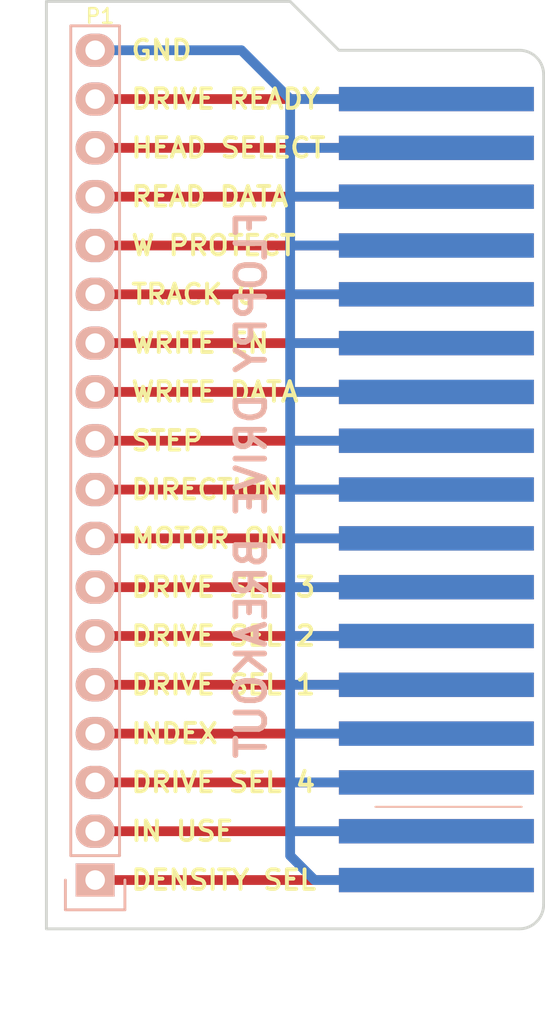
<source format=kicad_pcb>
(kicad_pcb (version 4) (host pcbnew 4.0.1-stable)

  (general
    (links 0)
    (no_connects 2)
    (area 162.484999 60.884999 188.543001 109.295001)
    (thickness 1.6)
    (drawings 27)
    (tracks 51)
    (zones 0)
    (modules 2)
    (nets 19)
  )

  (page A4)
  (title_block
    (title "Floppy Card Edge")
    (date 2016-08-27)
    (rev 1)
    (company "Alan Boguslawski")
  )

  (layers
    (0 F.Cu signal)
    (31 B.Cu signal)
    (32 B.Adhes user)
    (33 F.Adhes user)
    (34 B.Paste user)
    (35 F.Paste user)
    (36 B.SilkS user)
    (37 F.SilkS user)
    (38 B.Mask user)
    (39 F.Mask user)
    (40 Dwgs.User user)
    (41 Cmts.User user)
    (42 Eco1.User user)
    (43 Eco2.User user)
    (44 Edge.Cuts user)
    (45 Margin user)
    (46 B.CrtYd user)
    (47 F.CrtYd user)
    (48 B.Fab user)
    (49 F.Fab user)
  )

  (setup
    (last_trace_width 0.508)
    (trace_clearance 0.1524)
    (zone_clearance 0.508)
    (zone_45_only no)
    (trace_min 0.1524)
    (segment_width 0.2)
    (edge_width 0.15)
    (via_size 0.6858)
    (via_drill 0.3302)
    (via_min_size 0.6858)
    (via_min_drill 0.3302)
    (uvia_size 0.762)
    (uvia_drill 0.508)
    (uvias_allowed no)
    (uvia_min_size 0)
    (uvia_min_drill 0)
    (pcb_text_width 0.3)
    (pcb_text_size 1.5 1.5)
    (mod_edge_width 0.15)
    (mod_text_size 1 1)
    (mod_text_width 0.15)
    (pad_size 1.524 1.524)
    (pad_drill 0.762)
    (pad_to_mask_clearance 0.2)
    (aux_axis_origin 0 0)
    (visible_elements 7FFFFFFF)
    (pcbplotparams
      (layerselection 0x00030_80000001)
      (usegerberextensions false)
      (excludeedgelayer true)
      (linewidth 0.100000)
      (plotframeref false)
      (viasonmask false)
      (mode 1)
      (useauxorigin false)
      (hpglpennumber 1)
      (hpglpenspeed 20)
      (hpglpendiameter 15)
      (hpglpenoverlay 2)
      (psnegative false)
      (psa4output false)
      (plotreference true)
      (plotvalue true)
      (plotinvisibletext false)
      (padsonsilk false)
      (subtractmaskfromsilk false)
      (outputformat 1)
      (mirror false)
      (drillshape 1)
      (scaleselection 1)
      (outputdirectory ""))
  )

  (net 0 "")
  (net 1 //DCD)
  (net 2 //INUSE)
  (net 3 //DS3)
  (net 4 //INDEX)
  (net 5 //DS0)
  (net 6 //DS1)
  (net 7 //DS2)
  (net 8 //MTRON)
  (net 9 //DIR)
  (net 10 //STEP)
  (net 11 //WDATA)
  (net 12 //WGATE)
  (net 13 //TRK00)
  (net 14 //WPT)
  (net 15 //RDATA)
  (net 16 //SIDE1)
  (net 17 //RDY)
  (net 18 GND)

  (net_class Default "This is the default net class."
    (clearance 0.1524)
    (trace_width 0.508)
    (via_dia 0.6858)
    (via_drill 0.3302)
    (uvia_dia 0.762)
    (uvia_drill 0.508)
    (add_net //DCD)
    (add_net //DIR)
    (add_net //DS0)
    (add_net //DS1)
    (add_net //DS2)
    (add_net //DS3)
    (add_net //INDEX)
    (add_net //INUSE)
    (add_net //MTRON)
    (add_net //RDATA)
    (add_net //RDY)
    (add_net //SIDE1)
    (add_net //STEP)
    (add_net //TRK00)
    (add_net //WDATA)
    (add_net //WGATE)
    (add_net //WPT)
    (add_net GND)
  )

  (module Pin_Headers:Pin_Header_Straight_1x18 (layer B.Cu) (tedit 57C255CA) (tstamp 57C245E1)
    (at 165.1 106.68)
    (descr "Through hole pin header")
    (tags "pin header")
    (path /57C233B1)
    (fp_text reference P1 (at 0.254 -44.958) (layer F.SilkS)
      (effects (font (size 0.762 0.762) (thickness 0.127)))
    )
    (fp_text value CONN_01X18 (at 0 4.572) (layer Cmts.User)
      (effects (font (size 1 1) (thickness 0.15)))
    )
    (fp_line (start -1.75 1.75) (end -1.75 -44.95) (layer B.CrtYd) (width 0.05))
    (fp_line (start 1.75 1.75) (end 1.75 -44.95) (layer B.CrtYd) (width 0.05))
    (fp_line (start -1.75 1.75) (end 1.75 1.75) (layer B.CrtYd) (width 0.05))
    (fp_line (start -1.75 -44.95) (end 1.75 -44.95) (layer B.CrtYd) (width 0.05))
    (fp_line (start 1.27 -1.27) (end 1.27 -44.45) (layer B.SilkS) (width 0.15))
    (fp_line (start 1.27 -44.45) (end -1.27 -44.45) (layer B.SilkS) (width 0.15))
    (fp_line (start -1.27 -44.45) (end -1.27 -1.27) (layer B.SilkS) (width 0.15))
    (fp_line (start 1.55 1.55) (end 1.55 0) (layer B.SilkS) (width 0.15))
    (fp_line (start 1.27 -1.27) (end -1.27 -1.27) (layer B.SilkS) (width 0.15))
    (fp_line (start -1.55 0) (end -1.55 1.55) (layer B.SilkS) (width 0.15))
    (fp_line (start -1.55 1.55) (end 1.55 1.55) (layer B.SilkS) (width 0.15))
    (pad 1 thru_hole rect (at 0 0) (size 2.032 1.7272) (drill 1.016) (layers *.Cu *.Mask B.SilkS)
      (net 1 //DCD))
    (pad 2 thru_hole oval (at 0 -2.54) (size 2.032 1.7272) (drill 1.016) (layers *.Cu *.Mask B.SilkS)
      (net 2 //INUSE))
    (pad 3 thru_hole oval (at 0 -5.08) (size 2.032 1.7272) (drill 1.016) (layers *.Cu *.Mask B.SilkS)
      (net 3 //DS3))
    (pad 4 thru_hole oval (at 0 -7.62) (size 2.032 1.7272) (drill 1.016) (layers *.Cu *.Mask B.SilkS)
      (net 4 //INDEX))
    (pad 5 thru_hole oval (at 0 -10.16) (size 2.032 1.7272) (drill 1.016) (layers *.Cu *.Mask B.SilkS)
      (net 5 //DS0))
    (pad 6 thru_hole oval (at 0 -12.7) (size 2.032 1.7272) (drill 1.016) (layers *.Cu *.Mask B.SilkS)
      (net 6 //DS1))
    (pad 7 thru_hole oval (at 0 -15.24) (size 2.032 1.7272) (drill 1.016) (layers *.Cu *.Mask B.SilkS)
      (net 7 //DS2))
    (pad 8 thru_hole oval (at 0 -17.78) (size 2.032 1.7272) (drill 1.016) (layers *.Cu *.Mask B.SilkS)
      (net 8 //MTRON))
    (pad 9 thru_hole oval (at 0 -20.32) (size 2.032 1.7272) (drill 1.016) (layers *.Cu *.Mask B.SilkS)
      (net 9 //DIR))
    (pad 10 thru_hole oval (at 0 -22.86) (size 2.032 1.7272) (drill 1.016) (layers *.Cu *.Mask B.SilkS)
      (net 10 //STEP))
    (pad 11 thru_hole oval (at 0 -25.4) (size 2.032 1.7272) (drill 1.016) (layers *.Cu *.Mask B.SilkS)
      (net 11 //WDATA))
    (pad 12 thru_hole oval (at 0 -27.94) (size 2.032 1.7272) (drill 1.016) (layers *.Cu *.Mask B.SilkS)
      (net 12 //WGATE))
    (pad 13 thru_hole oval (at 0 -30.48) (size 2.032 1.7272) (drill 1.016) (layers *.Cu *.Mask B.SilkS)
      (net 13 //TRK00))
    (pad 14 thru_hole oval (at 0 -33.02) (size 2.032 1.7272) (drill 1.016) (layers *.Cu *.Mask B.SilkS)
      (net 14 //WPT))
    (pad 15 thru_hole oval (at 0 -35.56) (size 2.032 1.7272) (drill 1.016) (layers *.Cu *.Mask B.SilkS)
      (net 15 //RDATA))
    (pad 16 thru_hole oval (at 0 -38.1) (size 2.032 1.7272) (drill 1.016) (layers *.Cu *.Mask B.SilkS)
      (net 16 //SIDE1))
    (pad 17 thru_hole oval (at 0 -40.64) (size 2.032 1.7272) (drill 1.016) (layers *.Cu *.Mask B.SilkS)
      (net 17 //RDY))
    (pad 18 thru_hole oval (at 0 -43.18) (size 2.032 1.7272) (drill 1.016) (layers *.Cu *.Mask B.SilkS)
      (net 18 GND))
    (model Pin_Headers.3dshapes/Pin_Header_Straight_1x18.wrl
      (at (xyz 0 -0.85 0))
      (scale (xyz 1 1 1))
      (rotate (xyz 0 0 90))
    )
  )

  (module Card_Edge:Floppy_Edge (layer F.Cu) (tedit 57C24C72) (tstamp 57C24609)
    (at 182.88 106.68 90)
    (descr "34 pin edge connector for floppy drives")
    (path /57C22DA5)
    (fp_text reference P2 (at -5.08 -3.556 180) (layer Cmts.User)
      (effects (font (size 0.889 0.889) (thickness 0.22225)))
    )
    (fp_text value CONN_01X34 (at -6.604 -0.762 180) (layer Cmts.User)
      (effects (font (size 0.889 0.889) (thickness 0.22225)))
    )
    (fp_line (start 3.81 -3.175) (end 3.81 4.445) (layer F.SilkS) (width 0.1))
    (fp_line (start 3.81 -3.175) (end 3.81 4.445) (layer B.SilkS) (width 0.1))
    (pad 1 connect rect (at 0 0 90) (size 1.27 10.16) (layers B.Cu B.Mask)
      (net 18 GND))
    (pad 2 connect rect (at 0 0 90) (size 1.27 10.16) (layers F.Cu F.Mask)
      (net 1 //DCD))
    (pad 3 connect rect (at 2.54 0 90) (size 1.27 10.16) (layers B.Cu B.Mask)
      (net 18 GND))
    (pad 4 connect rect (at 2.54 0 90) (size 1.27 10.16) (layers F.Cu F.Mask)
      (net 2 //INUSE))
    (pad 5 connect rect (at 5.08 0 90) (size 1.27 10.16) (layers B.Cu B.Mask)
      (net 18 GND))
    (pad 6 connect rect (at 5.08 0 90) (size 1.27 10.16) (layers F.Cu F.Mask)
      (net 3 //DS3))
    (pad 7 connect rect (at 7.62 0 90) (size 1.27 10.16) (layers B.Cu B.Mask)
      (net 18 GND))
    (pad 8 connect rect (at 7.62 0 90) (size 1.27 10.16) (layers F.Cu F.Mask)
      (net 4 //INDEX))
    (pad 9 connect rect (at 10.16 0 90) (size 1.27 10.16) (layers B.Cu B.Mask)
      (net 18 GND))
    (pad 10 connect rect (at 10.16 0 90) (size 1.27 10.16) (layers F.Cu F.Mask)
      (net 5 //DS0))
    (pad 11 connect rect (at 12.7 0 90) (size 1.27 10.16) (layers B.Cu B.Mask)
      (net 18 GND))
    (pad 12 connect rect (at 12.7 0 90) (size 1.27 10.16) (layers F.Cu F.Mask)
      (net 6 //DS1))
    (pad 13 connect rect (at 15.24 0 90) (size 1.27 10.16) (layers B.Cu B.Mask)
      (net 18 GND))
    (pad 14 connect rect (at 15.24 0 90) (size 1.27 10.16) (layers F.Cu F.Mask)
      (net 7 //DS2))
    (pad 15 connect rect (at 17.78 0 90) (size 1.27 10.16) (layers B.Cu B.Mask)
      (net 18 GND))
    (pad 16 connect rect (at 17.78 0 90) (size 1.27 10.16) (layers F.Cu F.Mask)
      (net 8 //MTRON))
    (pad 17 connect rect (at 20.32 0 90) (size 1.27 10.16) (layers B.Cu B.Mask)
      (net 18 GND))
    (pad 18 connect rect (at 20.32 0 90) (size 1.27 10.16) (layers F.Cu F.Mask)
      (net 9 //DIR))
    (pad 19 connect rect (at 22.86 0 90) (size 1.27 10.16) (layers B.Cu B.Mask)
      (net 18 GND))
    (pad 20 connect rect (at 22.86 0 90) (size 1.27 10.16) (layers F.Cu F.Mask)
      (net 10 //STEP))
    (pad 21 connect rect (at 25.4 0 90) (size 1.27 10.16) (layers B.Cu B.Mask)
      (net 18 GND))
    (pad 22 connect rect (at 25.4 0 90) (size 1.27 10.16) (layers F.Cu F.Mask)
      (net 11 //WDATA))
    (pad 23 connect rect (at 27.94 0 90) (size 1.27 10.16) (layers B.Cu B.Mask)
      (net 18 GND))
    (pad 24 connect rect (at 27.94 0 90) (size 1.27 10.16) (layers F.Cu F.Mask)
      (net 12 //WGATE))
    (pad 25 connect rect (at 30.48 0 90) (size 1.27 10.16) (layers B.Cu B.Mask)
      (net 18 GND))
    (pad 26 connect rect (at 30.48 0 90) (size 1.27 10.16) (layers F.Cu F.Mask)
      (net 13 //TRK00))
    (pad 27 connect rect (at 33.02 0 90) (size 1.27 10.16) (layers B.Cu B.Mask)
      (net 18 GND))
    (pad 28 connect rect (at 33.02 0 90) (size 1.27 10.16) (layers F.Cu F.Mask)
      (net 14 //WPT))
    (pad 29 connect rect (at 35.56 0 90) (size 1.27 10.16) (layers B.Cu B.Mask)
      (net 18 GND))
    (pad 30 connect rect (at 35.56 0 90) (size 1.27 10.16) (layers F.Cu F.Mask)
      (net 15 //RDATA))
    (pad 31 connect rect (at 38.1 0 90) (size 1.27 10.16) (layers B.Cu B.Mask)
      (net 18 GND))
    (pad 32 connect rect (at 38.1 0 90) (size 1.27 10.16) (layers F.Cu F.Mask)
      (net 16 //SIDE1))
    (pad 33 connect rect (at 40.64 0 90) (size 1.27 10.16) (layers B.Cu B.Mask)
      (net 18 GND))
    (pad 34 connect rect (at 40.64 0 90) (size 1.27 10.16) (layers F.Cu F.Mask)
      (net 17 //RDY))
  )

  (gr_text "FLOPPY DRIVE BREAKOUT" (at 173.228 86.106 90) (layer B.SilkS)
    (effects (font (size 1.5 1.5) (thickness 0.3)) (justify mirror))
  )
  (gr_text "DENSITY SEL" (at 166.878 106.68) (layer F.SilkS) (tstamp 57C24F07)
    (effects (font (size 1.016 1.016) (thickness 0.2032)) (justify left))
  )
  (gr_text "IN USE" (at 166.878 104.14) (layer F.SilkS) (tstamp 57C24F06)
    (effects (font (size 1.016 1.016) (thickness 0.2032)) (justify left))
  )
  (gr_text "DRIVE SEL 4" (at 166.878 101.6) (layer F.SilkS) (tstamp 57C24F05)
    (effects (font (size 1.016 1.016) (thickness 0.2032)) (justify left))
  )
  (gr_text INDEX (at 166.878 99.06) (layer F.SilkS) (tstamp 57C24F04)
    (effects (font (size 1.016 1.016) (thickness 0.2032)) (justify left))
  )
  (gr_text "DRIVE SEL 1" (at 166.878 96.52) (layer F.SilkS) (tstamp 57C24F03)
    (effects (font (size 1.016 1.016) (thickness 0.2032)) (justify left))
  )
  (gr_text "DRIVE SEL 2" (at 166.878 93.98) (layer F.SilkS) (tstamp 57C24F02)
    (effects (font (size 1.016 1.016) (thickness 0.2032)) (justify left))
  )
  (gr_text "DRIVE SEL 3" (at 166.878 91.44) (layer F.SilkS) (tstamp 57C24F01)
    (effects (font (size 1.016 1.016) (thickness 0.2032)) (justify left))
  )
  (gr_text "MOTOR ON" (at 166.878 88.9) (layer F.SilkS) (tstamp 57C24F00)
    (effects (font (size 1.016 1.016) (thickness 0.2032)) (justify left))
  )
  (gr_text "DIRECTION\n" (at 166.878 86.36) (layer F.SilkS) (tstamp 57C24EFF)
    (effects (font (size 1.016 1.016) (thickness 0.2032)) (justify left))
  )
  (gr_text STEP (at 166.878 83.82) (layer F.SilkS) (tstamp 57C24EFE)
    (effects (font (size 1.016 1.016) (thickness 0.2032)) (justify left))
  )
  (gr_text "WRITE DATA" (at 166.878 81.28) (layer F.SilkS) (tstamp 57C24EFD)
    (effects (font (size 1.016 1.016) (thickness 0.2032)) (justify left))
  )
  (gr_text "WRITE EN" (at 166.878 78.74) (layer F.SilkS) (tstamp 57C24EFC)
    (effects (font (size 1.016 1.016) (thickness 0.2032)) (justify left))
  )
  (gr_text "TRACK 0" (at 166.878 76.2) (layer F.SilkS) (tstamp 57C24EFB)
    (effects (font (size 1.016 1.016) (thickness 0.2032)) (justify left))
  )
  (gr_text "W PROTECT" (at 166.878 73.66) (layer F.SilkS) (tstamp 57C24EFA)
    (effects (font (size 1.016 1.016) (thickness 0.2032)) (justify left))
  )
  (gr_text "READ DATA" (at 166.878 71.12) (layer F.SilkS) (tstamp 57C24EF9)
    (effects (font (size 1.016 1.016) (thickness 0.2032)) (justify left))
  )
  (gr_text "HEAD SELECT" (at 166.878 68.58) (layer F.SilkS) (tstamp 57C24EF7)
    (effects (font (size 1.016 1.016) (thickness 0.2032)) (justify left))
  )
  (gr_text "DRIVE READY" (at 166.878 66.04) (layer F.SilkS) (tstamp 57C24EF6)
    (effects (font (size 1.016 1.016) (thickness 0.2032)) (justify left))
  )
  (gr_text "GND\n" (at 166.878 63.5) (layer F.SilkS)
    (effects (font (size 1.016 1.016) (thickness 0.2032)) (justify left))
  )
  (gr_line (start 188.468 64.77) (end 188.468 107.95) (layer Edge.Cuts) (width 0.15))
  (gr_arc (start 187.198 64.77) (end 188.468 64.77) (angle -90) (layer Edge.Cuts) (width 0.15) (tstamp 57C24A8B))
  (gr_arc (start 187.198 107.95) (end 188.468 107.95) (angle 90) (layer Edge.Cuts) (width 0.15))
  (gr_line (start 177.8 63.5) (end 187.198 63.5) (layer Edge.Cuts) (width 0.15))
  (gr_line (start 177.8 63.5) (end 175.26 60.96) (layer Edge.Cuts) (width 0.15))
  (gr_line (start 162.56 60.96) (end 175.26 60.96) (layer Edge.Cuts) (width 0.15))
  (gr_line (start 162.56 109.22) (end 162.56 60.96) (layer Edge.Cuts) (width 0.15))
  (gr_line (start 187.198 109.22) (end 162.56 109.22) (layer Edge.Cuts) (width 0.15))

  (segment (start 165.1 106.68) (end 182.88 106.68) (width 0.508) (layer F.Cu) (net 1))
  (segment (start 165.1 104.14) (end 182.88 104.14) (width 0.508) (layer F.Cu) (net 2))
  (segment (start 182.88 101.6) (end 165.1 101.6) (width 0.508) (layer F.Cu) (net 3))
  (segment (start 165.1 99.06) (end 182.88 99.06) (width 0.508) (layer F.Cu) (net 4))
  (segment (start 165.1 96.52) (end 182.88 96.52) (width 0.508) (layer F.Cu) (net 5))
  (segment (start 165.1 93.98) (end 182.88 93.98) (width 0.508) (layer F.Cu) (net 6))
  (segment (start 165.1 91.44) (end 182.88 91.44) (width 0.508) (layer F.Cu) (net 7))
  (segment (start 165.1 88.9) (end 182.88 88.9) (width 0.508) (layer F.Cu) (net 8))
  (segment (start 182.88 86.36) (end 165.1 86.36) (width 0.508) (layer F.Cu) (net 9))
  (segment (start 182.88 83.82) (end 165.1 83.82) (width 0.508) (layer F.Cu) (net 10))
  (segment (start 165.1 81.28) (end 182.88 81.28) (width 0.508) (layer F.Cu) (net 11))
  (segment (start 165.1 78.74) (end 182.88 78.74) (width 0.508) (layer F.Cu) (net 12))
  (segment (start 165.1 76.2) (end 182.88 76.2) (width 0.508) (layer F.Cu) (net 13))
  (segment (start 165.1 73.66) (end 182.88 73.66) (width 0.508) (layer F.Cu) (net 14))
  (segment (start 165.1 71.12) (end 182.88 71.12) (width 0.508) (layer F.Cu) (net 15))
  (segment (start 165.1 68.58) (end 182.88 68.58) (width 0.508) (layer F.Cu) (net 16))
  (segment (start 165.1 66.04) (end 182.88 66.04) (width 0.508) (layer F.Cu) (net 17))
  (segment (start 175.26 104.14) (end 175.26 101.6) (width 0.508) (layer B.Cu) (net 18))
  (segment (start 175.26 105.41) (end 175.26 104.14) (width 0.508) (layer B.Cu) (net 18))
  (segment (start 175.26 104.14) (end 182.88 104.14) (width 0.508) (layer B.Cu) (net 18))
  (segment (start 175.26 101.6) (end 175.26 99.06) (width 0.508) (layer B.Cu) (net 18))
  (segment (start 175.26 101.6) (end 182.88 101.6) (width 0.508) (layer B.Cu) (net 18))
  (segment (start 175.26 99.06) (end 175.26 96.52) (width 0.508) (layer B.Cu) (net 18))
  (segment (start 175.26 99.06) (end 182.88 99.06) (width 0.508) (layer B.Cu) (net 18))
  (segment (start 175.26 96.52) (end 175.26 93.98) (width 0.508) (layer B.Cu) (net 18))
  (segment (start 175.26 96.52) (end 182.88 96.52) (width 0.508) (layer B.Cu) (net 18))
  (segment (start 175.26 93.98) (end 175.26 88.9) (width 0.508) (layer B.Cu) (net 18))
  (segment (start 175.26 93.98) (end 182.88 93.98) (width 0.508) (layer B.Cu) (net 18))
  (segment (start 182.88 91.44) (end 175.26 91.44) (width 0.508) (layer B.Cu) (net 18))
  (segment (start 175.26 88.9) (end 175.26 86.36) (width 0.508) (layer B.Cu) (net 18))
  (segment (start 182.88 88.9) (end 175.26 88.9) (width 0.508) (layer B.Cu) (net 18))
  (segment (start 182.88 86.36) (end 175.26 86.36) (width 0.508) (layer B.Cu) (net 18))
  (segment (start 175.26 86.36) (end 175.26 81.28) (width 0.508) (layer B.Cu) (net 18))
  (segment (start 182.88 83.82) (end 175.26 83.82) (width 0.508) (layer B.Cu) (net 18))
  (segment (start 175.26 81.28) (end 175.26 78.74) (width 0.508) (layer B.Cu) (net 18))
  (segment (start 182.88 81.28) (end 175.26 81.28) (width 0.508) (layer B.Cu) (net 18))
  (segment (start 175.26 78.74) (end 175.26 76.2) (width 0.508) (layer B.Cu) (net 18))
  (segment (start 182.88 78.74) (end 175.26 78.74) (width 0.508) (layer B.Cu) (net 18))
  (segment (start 175.26 76.2) (end 175.26 73.66) (width 0.508) (layer B.Cu) (net 18))
  (segment (start 175.26 76.2) (end 182.88 76.2) (width 0.508) (layer B.Cu) (net 18))
  (segment (start 175.26 73.66) (end 175.26 71.12) (width 0.508) (layer B.Cu) (net 18))
  (segment (start 175.26 73.66) (end 182.88 73.66) (width 0.508) (layer B.Cu) (net 18))
  (segment (start 175.26 71.12) (end 175.26 68.58) (width 0.508) (layer B.Cu) (net 18))
  (segment (start 175.26 71.12) (end 182.88 71.12) (width 0.508) (layer B.Cu) (net 18))
  (segment (start 175.26 68.58) (end 175.26 66.04) (width 0.508) (layer B.Cu) (net 18))
  (segment (start 175.26 68.58) (end 182.88 68.58) (width 0.508) (layer B.Cu) (net 18))
  (segment (start 175.26 66.04) (end 182.88 66.04) (width 0.508) (layer B.Cu) (net 18))
  (segment (start 172.72 63.5) (end 165.1 63.5) (width 0.508) (layer B.Cu) (net 18))
  (segment (start 175.26 66.04) (end 172.72 63.5) (width 0.508) (layer B.Cu) (net 18))
  (segment (start 176.53 106.68) (end 175.26 105.41) (width 0.508) (layer B.Cu) (net 18))
  (segment (start 182.88 106.68) (end 176.53 106.68) (width 0.508) (layer B.Cu) (net 18))

  (zone (net 0) (net_name "") (layer F.Mask) (tstamp 0) (hatch edge 0.508)
    (connect_pads (clearance 0.508))
    (min_thickness 0.254)
    (fill yes (arc_segments 16) (thermal_gap 0.508) (thermal_bridge_width 0.508))
    (polygon
      (pts
        (xy 177.546 60.96) (xy 188.468 60.96) (xy 188.468 109.22) (xy 177.546 109.22)
      )
    )
    (filled_polygon
      (pts
        (xy 188.341 109.093) (xy 177.673 109.093) (xy 177.673 61.087) (xy 188.341 61.087)
      )
    )
  )
  (zone (net 0) (net_name "") (layer B.Mask) (tstamp 0) (hatch edge 0.508)
    (connect_pads (clearance 0.508))
    (min_thickness 0.254)
    (fill yes (arc_segments 16) (thermal_gap 0.508) (thermal_bridge_width 0.508))
    (polygon
      (pts
        (xy 177.546 60.96) (xy 188.468 60.96) (xy 188.468 109.22) (xy 177.546 109.22)
      )
    )
    (filled_polygon
      (pts
        (xy 188.341 109.093) (xy 177.673 109.093) (xy 177.673 61.087) (xy 188.341 61.087)
      )
    )
  )
)

</source>
